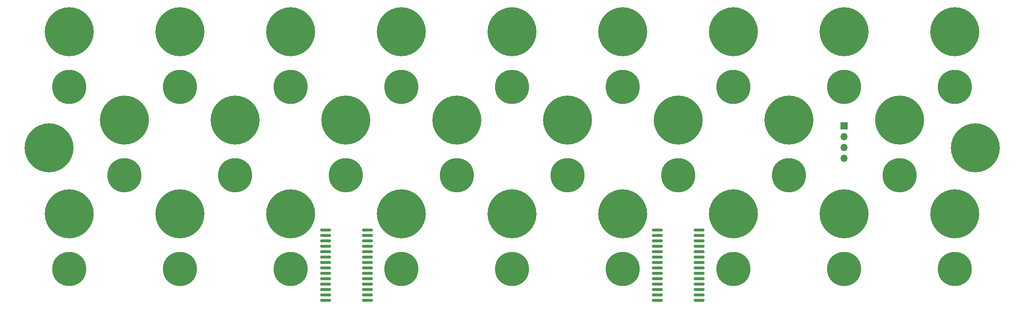
<source format=gbr>
%TF.GenerationSoftware,KiCad,Pcbnew,7.0.2-0*%
%TF.CreationDate,2024-02-08T13:36:38+00:00*%
%TF.ProjectId,plugboard,706c7567-626f-4617-9264-2e6b69636164,rev?*%
%TF.SameCoordinates,PX1312d00PY68e7780*%
%TF.FileFunction,Soldermask,Top*%
%TF.FilePolarity,Negative*%
%FSLAX46Y46*%
G04 Gerber Fmt 4.6, Leading zero omitted, Abs format (unit mm)*
G04 Created by KiCad (PCBNEW 7.0.2-0) date 2024-02-08 13:36:38*
%MOMM*%
%LPD*%
G01*
G04 APERTURE LIST*
G04 Aperture macros list*
%AMRoundRect*
0 Rectangle with rounded corners*
0 $1 Rounding radius*
0 $2 $3 $4 $5 $6 $7 $8 $9 X,Y pos of 4 corners*
0 Add a 4 corners polygon primitive as box body*
4,1,4,$2,$3,$4,$5,$6,$7,$8,$9,$2,$3,0*
0 Add four circle primitives for the rounded corners*
1,1,$1+$1,$2,$3*
1,1,$1+$1,$4,$5*
1,1,$1+$1,$6,$7*
1,1,$1+$1,$8,$9*
0 Add four rect primitives between the rounded corners*
20,1,$1+$1,$2,$3,$4,$5,0*
20,1,$1+$1,$4,$5,$6,$7,0*
20,1,$1+$1,$6,$7,$8,$9,0*
20,1,$1+$1,$8,$9,$2,$3,0*%
G04 Aperture macros list end*
%ADD10C,11.500000*%
%ADD11R,1.700000X1.700000*%
%ADD12O,1.700000X1.700000*%
%ADD13RoundRect,0.150000X-1.125000X-0.150000X1.125000X-0.150000X1.125000X0.150000X-1.125000X0.150000X0*%
%ADD14C,8.000000*%
G04 APERTURE END LIST*
D10*
%TO.C,J29*%
X235260000Y39670000D03*
%TD*%
%TO.C,J28*%
X17740000Y39670000D03*
%TD*%
D11*
%TO.C,J27*%
X204500000Y44805000D03*
D12*
X204500000Y42265000D03*
X204500000Y39725000D03*
X204500000Y37185000D03*
%TD*%
D13*
%TO.C,U1*%
X82722000Y20333000D03*
X82722000Y19063000D03*
X82722000Y17793000D03*
X82722000Y16523000D03*
X82722000Y15253000D03*
X82722000Y13983000D03*
X82722000Y12713000D03*
X82722000Y11443000D03*
X82722000Y10173000D03*
X82722000Y8903000D03*
X82722000Y7633000D03*
X82722000Y6363000D03*
X82722000Y5093000D03*
X82722000Y3823000D03*
X92522000Y3828000D03*
X92522000Y5098000D03*
X92522000Y6368000D03*
X92522000Y7638000D03*
X92522000Y8908000D03*
X92522000Y10178000D03*
X92522000Y11448000D03*
X92522000Y12718000D03*
X92522000Y13988000D03*
X92522000Y15258000D03*
X92522000Y16528000D03*
X92522000Y17798000D03*
X92522000Y19068000D03*
X92522000Y20338000D03*
%TD*%
%TO.C,U2*%
X160600000Y20338000D03*
X160600000Y19068000D03*
X160600000Y17798000D03*
X160600000Y16528000D03*
X160600000Y15258000D03*
X160600000Y13988000D03*
X160600000Y12718000D03*
X160600000Y11448000D03*
X160600000Y10178000D03*
X160600000Y8908000D03*
X160600000Y7638000D03*
X160600000Y6368000D03*
X160600000Y5098000D03*
X160600000Y3828000D03*
X170400000Y3833000D03*
X170400000Y5103000D03*
X170400000Y6373000D03*
X170400000Y7643000D03*
X170400000Y8913000D03*
X170400000Y10183000D03*
X170400000Y11453000D03*
X170400000Y12723000D03*
X170400000Y13993000D03*
X170400000Y15263000D03*
X170400000Y16533000D03*
X170400000Y17803000D03*
X170400000Y19073000D03*
X170400000Y20343000D03*
%TD*%
D14*
%TO.C,J20*%
X178500000Y11170000D03*
D10*
X178500000Y24170000D03*
%TD*%
D14*
%TO.C,J21*%
X152500000Y11170000D03*
D10*
X152500000Y24170000D03*
%TD*%
D14*
%TO.C,J19*%
X204500000Y11170000D03*
D10*
X204500000Y24170000D03*
%TD*%
D14*
%TO.C,J8*%
X48500000Y53930000D03*
D10*
X48500000Y66930000D03*
%TD*%
D14*
%TO.C,J1*%
X230500000Y53930000D03*
D10*
X230500000Y66930000D03*
%TD*%
D14*
%TO.C,J22*%
X126500000Y11170000D03*
D10*
X126500000Y24170000D03*
%TD*%
D14*
%TO.C,J5*%
X126500000Y53930000D03*
D10*
X126500000Y66930000D03*
%TD*%
D14*
%TO.C,J14*%
X113500000Y33170000D03*
D10*
X113500000Y46170000D03*
%TD*%
D14*
%TO.C,J23*%
X100500000Y11170000D03*
D10*
X100500000Y24170000D03*
%TD*%
D14*
%TO.C,J18*%
X230500000Y11170000D03*
D10*
X230500000Y24170000D03*
%TD*%
D14*
%TO.C,J12*%
X165500000Y33170000D03*
D10*
X165500000Y46170000D03*
%TD*%
D14*
%TO.C,J24*%
X74500000Y11170000D03*
D10*
X74500000Y24170000D03*
%TD*%
D14*
%TO.C,J15*%
X87500000Y33170000D03*
D10*
X87500000Y46170000D03*
%TD*%
D14*
%TO.C,J3*%
X178500000Y53930000D03*
D10*
X178500000Y66930000D03*
%TD*%
D14*
%TO.C,J4*%
X152500000Y53930000D03*
D10*
X152500000Y66930000D03*
%TD*%
D14*
%TO.C,J26*%
X22500000Y11170000D03*
D10*
X22500000Y24170000D03*
%TD*%
D14*
%TO.C,J9*%
X22500000Y53930000D03*
D10*
X22500000Y66930000D03*
%TD*%
D14*
%TO.C,J2*%
X204500000Y53930000D03*
D10*
X204500000Y66930000D03*
%TD*%
D14*
%TO.C,J25*%
X48500000Y11170000D03*
D10*
X48500000Y24170000D03*
%TD*%
D14*
%TO.C,J16*%
X61500000Y33170000D03*
D10*
X61500000Y46170000D03*
%TD*%
D14*
%TO.C,J13*%
X139500000Y33170000D03*
D10*
X139500000Y46170000D03*
%TD*%
D14*
%TO.C,J11*%
X191500000Y33170000D03*
D10*
X191500000Y46170000D03*
%TD*%
D14*
%TO.C,J7*%
X74500000Y53930000D03*
D10*
X74500000Y66930000D03*
%TD*%
D14*
%TO.C,J17*%
X35500000Y33170000D03*
D10*
X35500000Y46170000D03*
%TD*%
D14*
%TO.C,J6*%
X100500000Y53930000D03*
D10*
X100500000Y66930000D03*
%TD*%
D14*
%TO.C,J10*%
X217500000Y33170000D03*
D10*
X217500000Y46170000D03*
%TD*%
M02*

</source>
